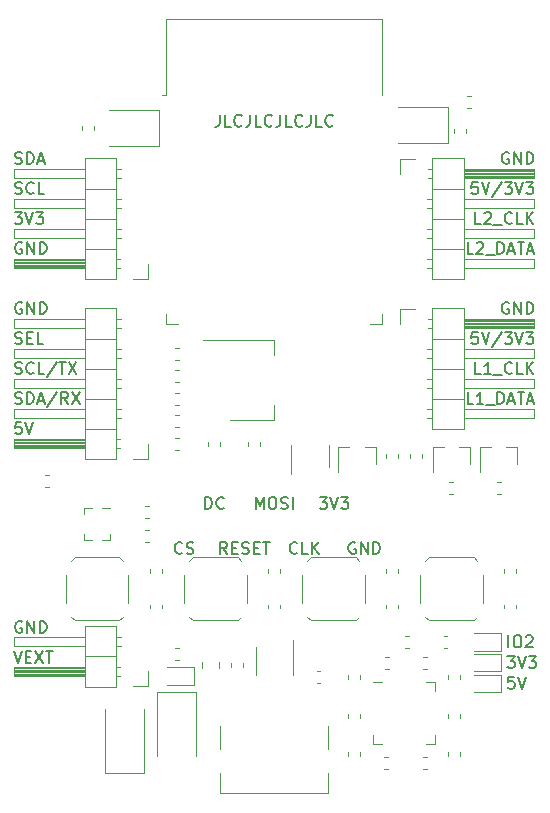
<source format=gbr>
%TF.GenerationSoftware,KiCad,Pcbnew,(5.1.6-0-10_14)*%
%TF.CreationDate,2020-09-14T20:33:51+02:00*%
%TF.ProjectId,Co2-Sensor,436f322d-5365-46e7-936f-722e6b696361,rev?*%
%TF.SameCoordinates,Original*%
%TF.FileFunction,Legend,Top*%
%TF.FilePolarity,Positive*%
%FSLAX46Y46*%
G04 Gerber Fmt 4.6, Leading zero omitted, Abs format (unit mm)*
G04 Created by KiCad (PCBNEW (5.1.6-0-10_14)) date 2020-09-14 20:33:51*
%MOMM*%
%LPD*%
G01*
G04 APERTURE LIST*
%ADD10C,0.150000*%
%ADD11C,0.120000*%
%ADD12C,0.100000*%
G04 APERTURE END LIST*
D10*
X156858095Y-114105000D02*
X156762857Y-114057380D01*
X156620000Y-114057380D01*
X156477142Y-114105000D01*
X156381904Y-114200238D01*
X156334285Y-114295476D01*
X156286666Y-114485952D01*
X156286666Y-114628809D01*
X156334285Y-114819285D01*
X156381904Y-114914523D01*
X156477142Y-115009761D01*
X156620000Y-115057380D01*
X156715238Y-115057380D01*
X156858095Y-115009761D01*
X156905714Y-114962142D01*
X156905714Y-114628809D01*
X156715238Y-114628809D01*
X157334285Y-115057380D02*
X157334285Y-114057380D01*
X157905714Y-115057380D01*
X157905714Y-114057380D01*
X158381904Y-115057380D02*
X158381904Y-114057380D01*
X158620000Y-114057380D01*
X158762857Y-114105000D01*
X158858095Y-114200238D01*
X158905714Y-114295476D01*
X158953333Y-114485952D01*
X158953333Y-114628809D01*
X158905714Y-114819285D01*
X158858095Y-114914523D01*
X158762857Y-115009761D01*
X158620000Y-115057380D01*
X158381904Y-115057380D01*
X153841904Y-110247380D02*
X154460952Y-110247380D01*
X154127619Y-110628333D01*
X154270476Y-110628333D01*
X154365714Y-110675952D01*
X154413333Y-110723571D01*
X154460952Y-110818809D01*
X154460952Y-111056904D01*
X154413333Y-111152142D01*
X154365714Y-111199761D01*
X154270476Y-111247380D01*
X153984761Y-111247380D01*
X153889523Y-111199761D01*
X153841904Y-111152142D01*
X154746666Y-110247380D02*
X155080000Y-111247380D01*
X155413333Y-110247380D01*
X155651428Y-110247380D02*
X156270476Y-110247380D01*
X155937142Y-110628333D01*
X156080000Y-110628333D01*
X156175238Y-110675952D01*
X156222857Y-110723571D01*
X156270476Y-110818809D01*
X156270476Y-111056904D01*
X156222857Y-111152142D01*
X156175238Y-111199761D01*
X156080000Y-111247380D01*
X155794285Y-111247380D01*
X155699047Y-111199761D01*
X155651428Y-111152142D01*
X151944761Y-114962142D02*
X151897142Y-115009761D01*
X151754285Y-115057380D01*
X151659047Y-115057380D01*
X151516190Y-115009761D01*
X151420952Y-114914523D01*
X151373333Y-114819285D01*
X151325714Y-114628809D01*
X151325714Y-114485952D01*
X151373333Y-114295476D01*
X151420952Y-114200238D01*
X151516190Y-114105000D01*
X151659047Y-114057380D01*
X151754285Y-114057380D01*
X151897142Y-114105000D01*
X151944761Y-114152619D01*
X152849523Y-115057380D02*
X152373333Y-115057380D01*
X152373333Y-114057380D01*
X153182857Y-115057380D02*
X153182857Y-114057380D01*
X153754285Y-115057380D02*
X153325714Y-114485952D01*
X153754285Y-114057380D02*
X153182857Y-114628809D01*
X148428571Y-111247380D02*
X148428571Y-110247380D01*
X148761904Y-110961666D01*
X149095238Y-110247380D01*
X149095238Y-111247380D01*
X149761904Y-110247380D02*
X149952380Y-110247380D01*
X150047619Y-110295000D01*
X150142857Y-110390238D01*
X150190476Y-110580714D01*
X150190476Y-110914047D01*
X150142857Y-111104523D01*
X150047619Y-111199761D01*
X149952380Y-111247380D01*
X149761904Y-111247380D01*
X149666666Y-111199761D01*
X149571428Y-111104523D01*
X149523809Y-110914047D01*
X149523809Y-110580714D01*
X149571428Y-110390238D01*
X149666666Y-110295000D01*
X149761904Y-110247380D01*
X150571428Y-111199761D02*
X150714285Y-111247380D01*
X150952380Y-111247380D01*
X151047619Y-111199761D01*
X151095238Y-111152142D01*
X151142857Y-111056904D01*
X151142857Y-110961666D01*
X151095238Y-110866428D01*
X151047619Y-110818809D01*
X150952380Y-110771190D01*
X150761904Y-110723571D01*
X150666666Y-110675952D01*
X150619047Y-110628333D01*
X150571428Y-110533095D01*
X150571428Y-110437857D01*
X150619047Y-110342619D01*
X150666666Y-110295000D01*
X150761904Y-110247380D01*
X151000000Y-110247380D01*
X151142857Y-110295000D01*
X151571428Y-111247380D02*
X151571428Y-110247380D01*
X146007619Y-115057380D02*
X145674285Y-114581190D01*
X145436190Y-115057380D02*
X145436190Y-114057380D01*
X145817142Y-114057380D01*
X145912380Y-114105000D01*
X145960000Y-114152619D01*
X146007619Y-114247857D01*
X146007619Y-114390714D01*
X145960000Y-114485952D01*
X145912380Y-114533571D01*
X145817142Y-114581190D01*
X145436190Y-114581190D01*
X146436190Y-114533571D02*
X146769523Y-114533571D01*
X146912380Y-115057380D02*
X146436190Y-115057380D01*
X146436190Y-114057380D01*
X146912380Y-114057380D01*
X147293333Y-115009761D02*
X147436190Y-115057380D01*
X147674285Y-115057380D01*
X147769523Y-115009761D01*
X147817142Y-114962142D01*
X147864761Y-114866904D01*
X147864761Y-114771666D01*
X147817142Y-114676428D01*
X147769523Y-114628809D01*
X147674285Y-114581190D01*
X147483809Y-114533571D01*
X147388571Y-114485952D01*
X147340952Y-114438333D01*
X147293333Y-114343095D01*
X147293333Y-114247857D01*
X147340952Y-114152619D01*
X147388571Y-114105000D01*
X147483809Y-114057380D01*
X147721904Y-114057380D01*
X147864761Y-114105000D01*
X148293333Y-114533571D02*
X148626666Y-114533571D01*
X148769523Y-115057380D02*
X148293333Y-115057380D01*
X148293333Y-114057380D01*
X148769523Y-114057380D01*
X149055238Y-114057380D02*
X149626666Y-114057380D01*
X149340952Y-115057380D02*
X149340952Y-114057380D01*
X144158095Y-111247380D02*
X144158095Y-110247380D01*
X144396190Y-110247380D01*
X144539047Y-110295000D01*
X144634285Y-110390238D01*
X144681904Y-110485476D01*
X144729523Y-110675952D01*
X144729523Y-110818809D01*
X144681904Y-111009285D01*
X144634285Y-111104523D01*
X144539047Y-111199761D01*
X144396190Y-111247380D01*
X144158095Y-111247380D01*
X145729523Y-111152142D02*
X145681904Y-111199761D01*
X145539047Y-111247380D01*
X145443809Y-111247380D01*
X145300952Y-111199761D01*
X145205714Y-111104523D01*
X145158095Y-111009285D01*
X145110476Y-110818809D01*
X145110476Y-110675952D01*
X145158095Y-110485476D01*
X145205714Y-110390238D01*
X145300952Y-110295000D01*
X145443809Y-110247380D01*
X145539047Y-110247380D01*
X145681904Y-110295000D01*
X145729523Y-110342619D01*
X142213333Y-114962142D02*
X142165714Y-115009761D01*
X142022857Y-115057380D01*
X141927619Y-115057380D01*
X141784761Y-115009761D01*
X141689523Y-114914523D01*
X141641904Y-114819285D01*
X141594285Y-114628809D01*
X141594285Y-114485952D01*
X141641904Y-114295476D01*
X141689523Y-114200238D01*
X141784761Y-114105000D01*
X141927619Y-114057380D01*
X142022857Y-114057380D01*
X142165714Y-114105000D01*
X142213333Y-114152619D01*
X142594285Y-115009761D02*
X142737142Y-115057380D01*
X142975238Y-115057380D01*
X143070476Y-115009761D01*
X143118095Y-114962142D01*
X143165714Y-114866904D01*
X143165714Y-114771666D01*
X143118095Y-114676428D01*
X143070476Y-114628809D01*
X142975238Y-114581190D01*
X142784761Y-114533571D01*
X142689523Y-114485952D01*
X142641904Y-114438333D01*
X142594285Y-114343095D01*
X142594285Y-114247857D01*
X142641904Y-114152619D01*
X142689523Y-114105000D01*
X142784761Y-114057380D01*
X143022857Y-114057380D01*
X143165714Y-114105000D01*
X166841785Y-102357380D02*
X166365595Y-102357380D01*
X166365595Y-101357380D01*
X167698928Y-102357380D02*
X167127500Y-102357380D01*
X167413214Y-102357380D02*
X167413214Y-101357380D01*
X167317976Y-101500238D01*
X167222738Y-101595476D01*
X167127500Y-101643095D01*
X167889404Y-102452619D02*
X168651309Y-102452619D01*
X168889404Y-102357380D02*
X168889404Y-101357380D01*
X169127500Y-101357380D01*
X169270357Y-101405000D01*
X169365595Y-101500238D01*
X169413214Y-101595476D01*
X169460833Y-101785952D01*
X169460833Y-101928809D01*
X169413214Y-102119285D01*
X169365595Y-102214523D01*
X169270357Y-102309761D01*
X169127500Y-102357380D01*
X168889404Y-102357380D01*
X169841785Y-102071666D02*
X170317976Y-102071666D01*
X169746547Y-102357380D02*
X170079880Y-101357380D01*
X170413214Y-102357380D01*
X170603690Y-101357380D02*
X171175119Y-101357380D01*
X170889404Y-102357380D02*
X170889404Y-101357380D01*
X171460833Y-102071666D02*
X171937023Y-102071666D01*
X171365595Y-102357380D02*
X171698928Y-101357380D01*
X172032261Y-102357380D01*
X167508452Y-99817380D02*
X167032261Y-99817380D01*
X167032261Y-98817380D01*
X168365595Y-99817380D02*
X167794166Y-99817380D01*
X168079880Y-99817380D02*
X168079880Y-98817380D01*
X167984642Y-98960238D01*
X167889404Y-99055476D01*
X167794166Y-99103095D01*
X168556071Y-99912619D02*
X169317976Y-99912619D01*
X170127500Y-99722142D02*
X170079880Y-99769761D01*
X169937023Y-99817380D01*
X169841785Y-99817380D01*
X169698928Y-99769761D01*
X169603690Y-99674523D01*
X169556071Y-99579285D01*
X169508452Y-99388809D01*
X169508452Y-99245952D01*
X169556071Y-99055476D01*
X169603690Y-98960238D01*
X169698928Y-98865000D01*
X169841785Y-98817380D01*
X169937023Y-98817380D01*
X170079880Y-98865000D01*
X170127500Y-98912619D01*
X171032261Y-99817380D02*
X170556071Y-99817380D01*
X170556071Y-98817380D01*
X171365595Y-99817380D02*
X171365595Y-98817380D01*
X171937023Y-99817380D02*
X171508452Y-99245952D01*
X171937023Y-98817380D02*
X171365595Y-99388809D01*
X167222738Y-96277380D02*
X166746547Y-96277380D01*
X166698928Y-96753571D01*
X166746547Y-96705952D01*
X166841785Y-96658333D01*
X167079880Y-96658333D01*
X167175119Y-96705952D01*
X167222738Y-96753571D01*
X167270357Y-96848809D01*
X167270357Y-97086904D01*
X167222738Y-97182142D01*
X167175119Y-97229761D01*
X167079880Y-97277380D01*
X166841785Y-97277380D01*
X166746547Y-97229761D01*
X166698928Y-97182142D01*
X167556071Y-96277380D02*
X167889404Y-97277380D01*
X168222738Y-96277380D01*
X169270357Y-96229761D02*
X168413214Y-97515476D01*
X169508452Y-96277380D02*
X170127500Y-96277380D01*
X169794166Y-96658333D01*
X169937023Y-96658333D01*
X170032261Y-96705952D01*
X170079880Y-96753571D01*
X170127500Y-96848809D01*
X170127500Y-97086904D01*
X170079880Y-97182142D01*
X170032261Y-97229761D01*
X169937023Y-97277380D01*
X169651309Y-97277380D01*
X169556071Y-97229761D01*
X169508452Y-97182142D01*
X170413214Y-96277380D02*
X170746547Y-97277380D01*
X171079880Y-96277380D01*
X171317976Y-96277380D02*
X171937023Y-96277380D01*
X171603690Y-96658333D01*
X171746547Y-96658333D01*
X171841785Y-96705952D01*
X171889404Y-96753571D01*
X171937023Y-96848809D01*
X171937023Y-97086904D01*
X171889404Y-97182142D01*
X171841785Y-97229761D01*
X171746547Y-97277380D01*
X171460833Y-97277380D01*
X171365595Y-97229761D01*
X171317976Y-97182142D01*
X169841785Y-93785000D02*
X169746547Y-93737380D01*
X169603690Y-93737380D01*
X169460833Y-93785000D01*
X169365595Y-93880238D01*
X169317976Y-93975476D01*
X169270357Y-94165952D01*
X169270357Y-94308809D01*
X169317976Y-94499285D01*
X169365595Y-94594523D01*
X169460833Y-94689761D01*
X169603690Y-94737380D01*
X169698928Y-94737380D01*
X169841785Y-94689761D01*
X169889404Y-94642142D01*
X169889404Y-94308809D01*
X169698928Y-94308809D01*
X170317976Y-94737380D02*
X170317976Y-93737380D01*
X170889404Y-94737380D01*
X170889404Y-93737380D01*
X171365595Y-94737380D02*
X171365595Y-93737380D01*
X171603690Y-93737380D01*
X171746547Y-93785000D01*
X171841785Y-93880238D01*
X171889404Y-93975476D01*
X171937023Y-94165952D01*
X171937023Y-94308809D01*
X171889404Y-94499285D01*
X171841785Y-94594523D01*
X171746547Y-94689761D01*
X171603690Y-94737380D01*
X171365595Y-94737380D01*
X166841785Y-89657380D02*
X166365595Y-89657380D01*
X166365595Y-88657380D01*
X167127500Y-88752619D02*
X167175119Y-88705000D01*
X167270357Y-88657380D01*
X167508452Y-88657380D01*
X167603690Y-88705000D01*
X167651309Y-88752619D01*
X167698928Y-88847857D01*
X167698928Y-88943095D01*
X167651309Y-89085952D01*
X167079880Y-89657380D01*
X167698928Y-89657380D01*
X167889404Y-89752619D02*
X168651309Y-89752619D01*
X168889404Y-89657380D02*
X168889404Y-88657380D01*
X169127500Y-88657380D01*
X169270357Y-88705000D01*
X169365595Y-88800238D01*
X169413214Y-88895476D01*
X169460833Y-89085952D01*
X169460833Y-89228809D01*
X169413214Y-89419285D01*
X169365595Y-89514523D01*
X169270357Y-89609761D01*
X169127500Y-89657380D01*
X168889404Y-89657380D01*
X169841785Y-89371666D02*
X170317976Y-89371666D01*
X169746547Y-89657380D02*
X170079880Y-88657380D01*
X170413214Y-89657380D01*
X170603690Y-88657380D02*
X171175119Y-88657380D01*
X170889404Y-89657380D02*
X170889404Y-88657380D01*
X171460833Y-89371666D02*
X171937023Y-89371666D01*
X171365595Y-89657380D02*
X171698928Y-88657380D01*
X172032261Y-89657380D01*
X167508452Y-87117380D02*
X167032261Y-87117380D01*
X167032261Y-86117380D01*
X167794166Y-86212619D02*
X167841785Y-86165000D01*
X167937023Y-86117380D01*
X168175119Y-86117380D01*
X168270357Y-86165000D01*
X168317976Y-86212619D01*
X168365595Y-86307857D01*
X168365595Y-86403095D01*
X168317976Y-86545952D01*
X167746547Y-87117380D01*
X168365595Y-87117380D01*
X168556071Y-87212619D02*
X169317976Y-87212619D01*
X170127500Y-87022142D02*
X170079880Y-87069761D01*
X169937023Y-87117380D01*
X169841785Y-87117380D01*
X169698928Y-87069761D01*
X169603690Y-86974523D01*
X169556071Y-86879285D01*
X169508452Y-86688809D01*
X169508452Y-86545952D01*
X169556071Y-86355476D01*
X169603690Y-86260238D01*
X169698928Y-86165000D01*
X169841785Y-86117380D01*
X169937023Y-86117380D01*
X170079880Y-86165000D01*
X170127500Y-86212619D01*
X171032261Y-87117380D02*
X170556071Y-87117380D01*
X170556071Y-86117380D01*
X171365595Y-87117380D02*
X171365595Y-86117380D01*
X171937023Y-87117380D02*
X171508452Y-86545952D01*
X171937023Y-86117380D02*
X171365595Y-86688809D01*
X167222738Y-83577380D02*
X166746547Y-83577380D01*
X166698928Y-84053571D01*
X166746547Y-84005952D01*
X166841785Y-83958333D01*
X167079880Y-83958333D01*
X167175119Y-84005952D01*
X167222738Y-84053571D01*
X167270357Y-84148809D01*
X167270357Y-84386904D01*
X167222738Y-84482142D01*
X167175119Y-84529761D01*
X167079880Y-84577380D01*
X166841785Y-84577380D01*
X166746547Y-84529761D01*
X166698928Y-84482142D01*
X167556071Y-83577380D02*
X167889404Y-84577380D01*
X168222738Y-83577380D01*
X169270357Y-83529761D02*
X168413214Y-84815476D01*
X169508452Y-83577380D02*
X170127500Y-83577380D01*
X169794166Y-83958333D01*
X169937023Y-83958333D01*
X170032261Y-84005952D01*
X170079880Y-84053571D01*
X170127500Y-84148809D01*
X170127500Y-84386904D01*
X170079880Y-84482142D01*
X170032261Y-84529761D01*
X169937023Y-84577380D01*
X169651309Y-84577380D01*
X169556071Y-84529761D01*
X169508452Y-84482142D01*
X170413214Y-83577380D02*
X170746547Y-84577380D01*
X171079880Y-83577380D01*
X171317976Y-83577380D02*
X171937023Y-83577380D01*
X171603690Y-83958333D01*
X171746547Y-83958333D01*
X171841785Y-84005952D01*
X171889404Y-84053571D01*
X171937023Y-84148809D01*
X171937023Y-84386904D01*
X171889404Y-84482142D01*
X171841785Y-84529761D01*
X171746547Y-84577380D01*
X171460833Y-84577380D01*
X171365595Y-84529761D01*
X171317976Y-84482142D01*
X169841785Y-81085000D02*
X169746547Y-81037380D01*
X169603690Y-81037380D01*
X169460833Y-81085000D01*
X169365595Y-81180238D01*
X169317976Y-81275476D01*
X169270357Y-81465952D01*
X169270357Y-81608809D01*
X169317976Y-81799285D01*
X169365595Y-81894523D01*
X169460833Y-81989761D01*
X169603690Y-82037380D01*
X169698928Y-82037380D01*
X169841785Y-81989761D01*
X169889404Y-81942142D01*
X169889404Y-81608809D01*
X169698928Y-81608809D01*
X170317976Y-82037380D02*
X170317976Y-81037380D01*
X170889404Y-82037380D01*
X170889404Y-81037380D01*
X171365595Y-82037380D02*
X171365595Y-81037380D01*
X171603690Y-81037380D01*
X171746547Y-81085000D01*
X171841785Y-81180238D01*
X171889404Y-81275476D01*
X171937023Y-81465952D01*
X171937023Y-81608809D01*
X171889404Y-81799285D01*
X171841785Y-81894523D01*
X171746547Y-81989761D01*
X171603690Y-82037380D01*
X171365595Y-82037380D01*
X128634404Y-120772500D02*
X128539166Y-120724880D01*
X128396309Y-120724880D01*
X128253452Y-120772500D01*
X128158214Y-120867738D01*
X128110595Y-120962976D01*
X128062976Y-121153452D01*
X128062976Y-121296309D01*
X128110595Y-121486785D01*
X128158214Y-121582023D01*
X128253452Y-121677261D01*
X128396309Y-121724880D01*
X128491547Y-121724880D01*
X128634404Y-121677261D01*
X128682023Y-121629642D01*
X128682023Y-121296309D01*
X128491547Y-121296309D01*
X129110595Y-121724880D02*
X129110595Y-120724880D01*
X129682023Y-121724880D01*
X129682023Y-120724880D01*
X130158214Y-121724880D02*
X130158214Y-120724880D01*
X130396309Y-120724880D01*
X130539166Y-120772500D01*
X130634404Y-120867738D01*
X130682023Y-120962976D01*
X130729642Y-121153452D01*
X130729642Y-121296309D01*
X130682023Y-121486785D01*
X130634404Y-121582023D01*
X130539166Y-121677261D01*
X130396309Y-121724880D01*
X130158214Y-121724880D01*
X127967738Y-123264880D02*
X128301071Y-124264880D01*
X128634404Y-123264880D01*
X128967738Y-123741071D02*
X129301071Y-123741071D01*
X129443928Y-124264880D02*
X128967738Y-124264880D01*
X128967738Y-123264880D01*
X129443928Y-123264880D01*
X129777261Y-123264880D02*
X130443928Y-124264880D01*
X130443928Y-123264880D02*
X129777261Y-124264880D01*
X130682023Y-123264880D02*
X131253452Y-123264880D01*
X130967738Y-124264880D02*
X130967738Y-123264880D01*
X128062976Y-102309761D02*
X128205833Y-102357380D01*
X128443928Y-102357380D01*
X128539166Y-102309761D01*
X128586785Y-102262142D01*
X128634404Y-102166904D01*
X128634404Y-102071666D01*
X128586785Y-101976428D01*
X128539166Y-101928809D01*
X128443928Y-101881190D01*
X128253452Y-101833571D01*
X128158214Y-101785952D01*
X128110595Y-101738333D01*
X128062976Y-101643095D01*
X128062976Y-101547857D01*
X128110595Y-101452619D01*
X128158214Y-101405000D01*
X128253452Y-101357380D01*
X128491547Y-101357380D01*
X128634404Y-101405000D01*
X129062976Y-102357380D02*
X129062976Y-101357380D01*
X129301071Y-101357380D01*
X129443928Y-101405000D01*
X129539166Y-101500238D01*
X129586785Y-101595476D01*
X129634404Y-101785952D01*
X129634404Y-101928809D01*
X129586785Y-102119285D01*
X129539166Y-102214523D01*
X129443928Y-102309761D01*
X129301071Y-102357380D01*
X129062976Y-102357380D01*
X130015357Y-102071666D02*
X130491547Y-102071666D01*
X129920119Y-102357380D02*
X130253452Y-101357380D01*
X130586785Y-102357380D01*
X131634404Y-101309761D02*
X130777261Y-102595476D01*
X132539166Y-102357380D02*
X132205833Y-101881190D01*
X131967738Y-102357380D02*
X131967738Y-101357380D01*
X132348690Y-101357380D01*
X132443928Y-101405000D01*
X132491547Y-101452619D01*
X132539166Y-101547857D01*
X132539166Y-101690714D01*
X132491547Y-101785952D01*
X132443928Y-101833571D01*
X132348690Y-101881190D01*
X131967738Y-101881190D01*
X132872500Y-101357380D02*
X133539166Y-102357380D01*
X133539166Y-101357380D02*
X132872500Y-102357380D01*
X128062976Y-99769761D02*
X128205833Y-99817380D01*
X128443928Y-99817380D01*
X128539166Y-99769761D01*
X128586785Y-99722142D01*
X128634404Y-99626904D01*
X128634404Y-99531666D01*
X128586785Y-99436428D01*
X128539166Y-99388809D01*
X128443928Y-99341190D01*
X128253452Y-99293571D01*
X128158214Y-99245952D01*
X128110595Y-99198333D01*
X128062976Y-99103095D01*
X128062976Y-99007857D01*
X128110595Y-98912619D01*
X128158214Y-98865000D01*
X128253452Y-98817380D01*
X128491547Y-98817380D01*
X128634404Y-98865000D01*
X129634404Y-99722142D02*
X129586785Y-99769761D01*
X129443928Y-99817380D01*
X129348690Y-99817380D01*
X129205833Y-99769761D01*
X129110595Y-99674523D01*
X129062976Y-99579285D01*
X129015357Y-99388809D01*
X129015357Y-99245952D01*
X129062976Y-99055476D01*
X129110595Y-98960238D01*
X129205833Y-98865000D01*
X129348690Y-98817380D01*
X129443928Y-98817380D01*
X129586785Y-98865000D01*
X129634404Y-98912619D01*
X130539166Y-99817380D02*
X130062976Y-99817380D01*
X130062976Y-98817380D01*
X131586785Y-98769761D02*
X130729642Y-100055476D01*
X131777261Y-98817380D02*
X132348690Y-98817380D01*
X132062976Y-99817380D02*
X132062976Y-98817380D01*
X132586785Y-98817380D02*
X133253452Y-99817380D01*
X133253452Y-98817380D02*
X132586785Y-99817380D01*
X128062976Y-97229761D02*
X128205833Y-97277380D01*
X128443928Y-97277380D01*
X128539166Y-97229761D01*
X128586785Y-97182142D01*
X128634404Y-97086904D01*
X128634404Y-96991666D01*
X128586785Y-96896428D01*
X128539166Y-96848809D01*
X128443928Y-96801190D01*
X128253452Y-96753571D01*
X128158214Y-96705952D01*
X128110595Y-96658333D01*
X128062976Y-96563095D01*
X128062976Y-96467857D01*
X128110595Y-96372619D01*
X128158214Y-96325000D01*
X128253452Y-96277380D01*
X128491547Y-96277380D01*
X128634404Y-96325000D01*
X129062976Y-96753571D02*
X129396309Y-96753571D01*
X129539166Y-97277380D02*
X129062976Y-97277380D01*
X129062976Y-96277380D01*
X129539166Y-96277380D01*
X130443928Y-97277380D02*
X129967738Y-97277380D01*
X129967738Y-96277380D01*
X128586785Y-103897380D02*
X128110595Y-103897380D01*
X128062976Y-104373571D01*
X128110595Y-104325952D01*
X128205833Y-104278333D01*
X128443928Y-104278333D01*
X128539166Y-104325952D01*
X128586785Y-104373571D01*
X128634404Y-104468809D01*
X128634404Y-104706904D01*
X128586785Y-104802142D01*
X128539166Y-104849761D01*
X128443928Y-104897380D01*
X128205833Y-104897380D01*
X128110595Y-104849761D01*
X128062976Y-104802142D01*
X128920119Y-103897380D02*
X129253452Y-104897380D01*
X129586785Y-103897380D01*
X128634404Y-93785000D02*
X128539166Y-93737380D01*
X128396309Y-93737380D01*
X128253452Y-93785000D01*
X128158214Y-93880238D01*
X128110595Y-93975476D01*
X128062976Y-94165952D01*
X128062976Y-94308809D01*
X128110595Y-94499285D01*
X128158214Y-94594523D01*
X128253452Y-94689761D01*
X128396309Y-94737380D01*
X128491547Y-94737380D01*
X128634404Y-94689761D01*
X128682023Y-94642142D01*
X128682023Y-94308809D01*
X128491547Y-94308809D01*
X129110595Y-94737380D02*
X129110595Y-93737380D01*
X129682023Y-94737380D01*
X129682023Y-93737380D01*
X130158214Y-94737380D02*
X130158214Y-93737380D01*
X130396309Y-93737380D01*
X130539166Y-93785000D01*
X130634404Y-93880238D01*
X130682023Y-93975476D01*
X130729642Y-94165952D01*
X130729642Y-94308809D01*
X130682023Y-94499285D01*
X130634404Y-94594523D01*
X130539166Y-94689761D01*
X130396309Y-94737380D01*
X130158214Y-94737380D01*
X128634404Y-88705000D02*
X128539166Y-88657380D01*
X128396309Y-88657380D01*
X128253452Y-88705000D01*
X128158214Y-88800238D01*
X128110595Y-88895476D01*
X128062976Y-89085952D01*
X128062976Y-89228809D01*
X128110595Y-89419285D01*
X128158214Y-89514523D01*
X128253452Y-89609761D01*
X128396309Y-89657380D01*
X128491547Y-89657380D01*
X128634404Y-89609761D01*
X128682023Y-89562142D01*
X128682023Y-89228809D01*
X128491547Y-89228809D01*
X129110595Y-89657380D02*
X129110595Y-88657380D01*
X129682023Y-89657380D01*
X129682023Y-88657380D01*
X130158214Y-89657380D02*
X130158214Y-88657380D01*
X130396309Y-88657380D01*
X130539166Y-88705000D01*
X130634404Y-88800238D01*
X130682023Y-88895476D01*
X130729642Y-89085952D01*
X130729642Y-89228809D01*
X130682023Y-89419285D01*
X130634404Y-89514523D01*
X130539166Y-89609761D01*
X130396309Y-89657380D01*
X130158214Y-89657380D01*
X128015357Y-86117380D02*
X128634404Y-86117380D01*
X128301071Y-86498333D01*
X128443928Y-86498333D01*
X128539166Y-86545952D01*
X128586785Y-86593571D01*
X128634404Y-86688809D01*
X128634404Y-86926904D01*
X128586785Y-87022142D01*
X128539166Y-87069761D01*
X128443928Y-87117380D01*
X128158214Y-87117380D01*
X128062976Y-87069761D01*
X128015357Y-87022142D01*
X128920119Y-86117380D02*
X129253452Y-87117380D01*
X129586785Y-86117380D01*
X129824880Y-86117380D02*
X130443928Y-86117380D01*
X130110595Y-86498333D01*
X130253452Y-86498333D01*
X130348690Y-86545952D01*
X130396309Y-86593571D01*
X130443928Y-86688809D01*
X130443928Y-86926904D01*
X130396309Y-87022142D01*
X130348690Y-87069761D01*
X130253452Y-87117380D01*
X129967738Y-87117380D01*
X129872500Y-87069761D01*
X129824880Y-87022142D01*
X128062976Y-84529761D02*
X128205833Y-84577380D01*
X128443928Y-84577380D01*
X128539166Y-84529761D01*
X128586785Y-84482142D01*
X128634404Y-84386904D01*
X128634404Y-84291666D01*
X128586785Y-84196428D01*
X128539166Y-84148809D01*
X128443928Y-84101190D01*
X128253452Y-84053571D01*
X128158214Y-84005952D01*
X128110595Y-83958333D01*
X128062976Y-83863095D01*
X128062976Y-83767857D01*
X128110595Y-83672619D01*
X128158214Y-83625000D01*
X128253452Y-83577380D01*
X128491547Y-83577380D01*
X128634404Y-83625000D01*
X129634404Y-84482142D02*
X129586785Y-84529761D01*
X129443928Y-84577380D01*
X129348690Y-84577380D01*
X129205833Y-84529761D01*
X129110595Y-84434523D01*
X129062976Y-84339285D01*
X129015357Y-84148809D01*
X129015357Y-84005952D01*
X129062976Y-83815476D01*
X129110595Y-83720238D01*
X129205833Y-83625000D01*
X129348690Y-83577380D01*
X129443928Y-83577380D01*
X129586785Y-83625000D01*
X129634404Y-83672619D01*
X130539166Y-84577380D02*
X130062976Y-84577380D01*
X130062976Y-83577380D01*
X128062976Y-81989761D02*
X128205833Y-82037380D01*
X128443928Y-82037380D01*
X128539166Y-81989761D01*
X128586785Y-81942142D01*
X128634404Y-81846904D01*
X128634404Y-81751666D01*
X128586785Y-81656428D01*
X128539166Y-81608809D01*
X128443928Y-81561190D01*
X128253452Y-81513571D01*
X128158214Y-81465952D01*
X128110595Y-81418333D01*
X128062976Y-81323095D01*
X128062976Y-81227857D01*
X128110595Y-81132619D01*
X128158214Y-81085000D01*
X128253452Y-81037380D01*
X128491547Y-81037380D01*
X128634404Y-81085000D01*
X129062976Y-82037380D02*
X129062976Y-81037380D01*
X129301071Y-81037380D01*
X129443928Y-81085000D01*
X129539166Y-81180238D01*
X129586785Y-81275476D01*
X129634404Y-81465952D01*
X129634404Y-81608809D01*
X129586785Y-81799285D01*
X129539166Y-81894523D01*
X129443928Y-81989761D01*
X129301071Y-82037380D01*
X129062976Y-82037380D01*
X130015357Y-81751666D02*
X130491547Y-81751666D01*
X129920119Y-82037380D02*
X130253452Y-81037380D01*
X130586785Y-82037380D01*
X145380952Y-77862380D02*
X145380952Y-78576666D01*
X145333333Y-78719523D01*
X145238095Y-78814761D01*
X145095238Y-78862380D01*
X145000000Y-78862380D01*
X146333333Y-78862380D02*
X145857142Y-78862380D01*
X145857142Y-77862380D01*
X147238095Y-78767142D02*
X147190476Y-78814761D01*
X147047619Y-78862380D01*
X146952380Y-78862380D01*
X146809523Y-78814761D01*
X146714285Y-78719523D01*
X146666666Y-78624285D01*
X146619047Y-78433809D01*
X146619047Y-78290952D01*
X146666666Y-78100476D01*
X146714285Y-78005238D01*
X146809523Y-77910000D01*
X146952380Y-77862380D01*
X147047619Y-77862380D01*
X147190476Y-77910000D01*
X147238095Y-77957619D01*
X147952380Y-77862380D02*
X147952380Y-78576666D01*
X147904761Y-78719523D01*
X147809523Y-78814761D01*
X147666666Y-78862380D01*
X147571428Y-78862380D01*
X148904761Y-78862380D02*
X148428571Y-78862380D01*
X148428571Y-77862380D01*
X149809523Y-78767142D02*
X149761904Y-78814761D01*
X149619047Y-78862380D01*
X149523809Y-78862380D01*
X149380952Y-78814761D01*
X149285714Y-78719523D01*
X149238095Y-78624285D01*
X149190476Y-78433809D01*
X149190476Y-78290952D01*
X149238095Y-78100476D01*
X149285714Y-78005238D01*
X149380952Y-77910000D01*
X149523809Y-77862380D01*
X149619047Y-77862380D01*
X149761904Y-77910000D01*
X149809523Y-77957619D01*
X150523809Y-77862380D02*
X150523809Y-78576666D01*
X150476190Y-78719523D01*
X150380952Y-78814761D01*
X150238095Y-78862380D01*
X150142857Y-78862380D01*
X151476190Y-78862380D02*
X151000000Y-78862380D01*
X151000000Y-77862380D01*
X152380952Y-78767142D02*
X152333333Y-78814761D01*
X152190476Y-78862380D01*
X152095238Y-78862380D01*
X151952380Y-78814761D01*
X151857142Y-78719523D01*
X151809523Y-78624285D01*
X151761904Y-78433809D01*
X151761904Y-78290952D01*
X151809523Y-78100476D01*
X151857142Y-78005238D01*
X151952380Y-77910000D01*
X152095238Y-77862380D01*
X152190476Y-77862380D01*
X152333333Y-77910000D01*
X152380952Y-77957619D01*
X153095238Y-77862380D02*
X153095238Y-78576666D01*
X153047619Y-78719523D01*
X152952380Y-78814761D01*
X152809523Y-78862380D01*
X152714285Y-78862380D01*
X154047619Y-78862380D02*
X153571428Y-78862380D01*
X153571428Y-77862380D01*
X154952380Y-78767142D02*
X154904761Y-78814761D01*
X154761904Y-78862380D01*
X154666666Y-78862380D01*
X154523809Y-78814761D01*
X154428571Y-78719523D01*
X154380952Y-78624285D01*
X154333333Y-78433809D01*
X154333333Y-78290952D01*
X154380952Y-78100476D01*
X154428571Y-78005238D01*
X154523809Y-77910000D01*
X154666666Y-77862380D01*
X154761904Y-77862380D01*
X154904761Y-77910000D01*
X154952380Y-77957619D01*
X169835595Y-122952380D02*
X169835595Y-121952380D01*
X170502261Y-121952380D02*
X170692738Y-121952380D01*
X170787976Y-122000000D01*
X170883214Y-122095238D01*
X170930833Y-122285714D01*
X170930833Y-122619047D01*
X170883214Y-122809523D01*
X170787976Y-122904761D01*
X170692738Y-122952380D01*
X170502261Y-122952380D01*
X170407023Y-122904761D01*
X170311785Y-122809523D01*
X170264166Y-122619047D01*
X170264166Y-122285714D01*
X170311785Y-122095238D01*
X170407023Y-122000000D01*
X170502261Y-121952380D01*
X171311785Y-122047619D02*
X171359404Y-122000000D01*
X171454642Y-121952380D01*
X171692738Y-121952380D01*
X171787976Y-122000000D01*
X171835595Y-122047619D01*
X171883214Y-122142857D01*
X171883214Y-122238095D01*
X171835595Y-122380952D01*
X171264166Y-122952380D01*
X171883214Y-122952380D01*
X170311785Y-125452380D02*
X169835595Y-125452380D01*
X169787976Y-125928571D01*
X169835595Y-125880952D01*
X169930833Y-125833333D01*
X170168928Y-125833333D01*
X170264166Y-125880952D01*
X170311785Y-125928571D01*
X170359404Y-126023809D01*
X170359404Y-126261904D01*
X170311785Y-126357142D01*
X170264166Y-126404761D01*
X170168928Y-126452380D01*
X169930833Y-126452380D01*
X169835595Y-126404761D01*
X169787976Y-126357142D01*
X170645119Y-125452380D02*
X170978452Y-126452380D01*
X171311785Y-125452380D01*
X169740357Y-123702380D02*
X170359404Y-123702380D01*
X170026071Y-124083333D01*
X170168928Y-124083333D01*
X170264166Y-124130952D01*
X170311785Y-124178571D01*
X170359404Y-124273809D01*
X170359404Y-124511904D01*
X170311785Y-124607142D01*
X170264166Y-124654761D01*
X170168928Y-124702380D01*
X169883214Y-124702380D01*
X169787976Y-124654761D01*
X169740357Y-124607142D01*
X170645119Y-123702380D02*
X170978452Y-124702380D01*
X171311785Y-123702380D01*
X171549880Y-123702380D02*
X172168928Y-123702380D01*
X171835595Y-124083333D01*
X171978452Y-124083333D01*
X172073690Y-124130952D01*
X172121309Y-124178571D01*
X172168928Y-124273809D01*
X172168928Y-124511904D01*
X172121309Y-124607142D01*
X172073690Y-124654761D01*
X171978452Y-124702380D01*
X171692738Y-124702380D01*
X171597500Y-124654761D01*
X171549880Y-124607142D01*
D11*
%TO.C,C9*%
X130622221Y-109400000D02*
X130947779Y-109400000D01*
X130622221Y-108380000D02*
X130947779Y-108380000D01*
D12*
%TO.C,U4*%
X133900000Y-111150000D02*
X133900000Y-111630000D01*
X133900000Y-113370000D02*
X133900000Y-113850000D01*
X133900000Y-113850000D02*
X134540000Y-113850000D01*
X133900000Y-111150000D02*
X134540000Y-111150000D01*
X135460000Y-113850000D02*
X136100000Y-113850000D01*
X136100000Y-113370000D02*
X136100000Y-113850000D01*
X135460000Y-111150000D02*
X136100000Y-111150000D01*
D11*
%TO.C,U3*%
X162885000Y-125890000D02*
X163610000Y-125890000D01*
X163610000Y-125890000D02*
X163610000Y-126615000D01*
X159115000Y-131110000D02*
X158390000Y-131110000D01*
X158390000Y-131110000D02*
X158390000Y-130385000D01*
X162885000Y-131110000D02*
X163610000Y-131110000D01*
X163610000Y-131110000D02*
X163610000Y-130385000D01*
X159115000Y-125890000D02*
X158390000Y-125890000D01*
%TO.C,C4*%
X136000000Y-80510000D02*
X140210000Y-80510000D01*
X140210000Y-80510000D02*
X140210000Y-77490000D01*
X140210000Y-77490000D02*
X136000000Y-77490000D01*
%TO.C,J5*%
X145420000Y-129650000D02*
X145420000Y-131570000D01*
X154580000Y-131570000D02*
X154580000Y-129650000D01*
X154580000Y-133580000D02*
X154580000Y-135285000D01*
X145420000Y-135285000D02*
X145420000Y-133580000D01*
X154580000Y-135285000D02*
X145420000Y-135285000D01*
%TO.C,J4*%
X139340000Y-126270000D02*
X138070000Y-126270000D01*
X139340000Y-125000000D02*
X139340000Y-126270000D01*
X137027071Y-122080000D02*
X136630000Y-122080000D01*
X137027071Y-122840000D02*
X136630000Y-122840000D01*
X127970000Y-122080000D02*
X133970000Y-122080000D01*
X127970000Y-122840000D02*
X127970000Y-122080000D01*
X133970000Y-122840000D02*
X127970000Y-122840000D01*
X136630000Y-123730000D02*
X133970000Y-123730000D01*
X136960000Y-124620000D02*
X136630000Y-124620000D01*
X136960000Y-125380000D02*
X136630000Y-125380000D01*
X133970000Y-124720000D02*
X127970000Y-124720000D01*
X133970000Y-124840000D02*
X127970000Y-124840000D01*
X133970000Y-124960000D02*
X127970000Y-124960000D01*
X133970000Y-125080000D02*
X127970000Y-125080000D01*
X133970000Y-125200000D02*
X127970000Y-125200000D01*
X133970000Y-125320000D02*
X127970000Y-125320000D01*
X127970000Y-124620000D02*
X133970000Y-124620000D01*
X127970000Y-125380000D02*
X127970000Y-124620000D01*
X133970000Y-125380000D02*
X127970000Y-125380000D01*
X133970000Y-126330000D02*
X136630000Y-126330000D01*
X133970000Y-121130000D02*
X133970000Y-126330000D01*
X136630000Y-121130000D02*
X133970000Y-121130000D01*
X136630000Y-126330000D02*
X136630000Y-121130000D01*
%TO.C,J8*%
X139340000Y-91745000D02*
X138070000Y-91745000D01*
X139340000Y-90475000D02*
X139340000Y-91745000D01*
X137027071Y-82475000D02*
X136630000Y-82475000D01*
X137027071Y-83235000D02*
X136630000Y-83235000D01*
X127970000Y-82475000D02*
X133970000Y-82475000D01*
X127970000Y-83235000D02*
X127970000Y-82475000D01*
X133970000Y-83235000D02*
X127970000Y-83235000D01*
X136630000Y-84125000D02*
X133970000Y-84125000D01*
X137027071Y-85015000D02*
X136630000Y-85015000D01*
X137027071Y-85775000D02*
X136630000Y-85775000D01*
X127970000Y-85015000D02*
X133970000Y-85015000D01*
X127970000Y-85775000D02*
X127970000Y-85015000D01*
X133970000Y-85775000D02*
X127970000Y-85775000D01*
X136630000Y-86665000D02*
X133970000Y-86665000D01*
X137027071Y-87555000D02*
X136630000Y-87555000D01*
X137027071Y-88315000D02*
X136630000Y-88315000D01*
X127970000Y-87555000D02*
X133970000Y-87555000D01*
X127970000Y-88315000D02*
X127970000Y-87555000D01*
X133970000Y-88315000D02*
X127970000Y-88315000D01*
X136630000Y-89205000D02*
X133970000Y-89205000D01*
X136960000Y-90095000D02*
X136630000Y-90095000D01*
X136960000Y-90855000D02*
X136630000Y-90855000D01*
X133970000Y-90195000D02*
X127970000Y-90195000D01*
X133970000Y-90315000D02*
X127970000Y-90315000D01*
X133970000Y-90435000D02*
X127970000Y-90435000D01*
X133970000Y-90555000D02*
X127970000Y-90555000D01*
X133970000Y-90675000D02*
X127970000Y-90675000D01*
X133970000Y-90795000D02*
X127970000Y-90795000D01*
X127970000Y-90095000D02*
X133970000Y-90095000D01*
X127970000Y-90855000D02*
X127970000Y-90095000D01*
X133970000Y-90855000D02*
X127970000Y-90855000D01*
X133970000Y-91805000D02*
X136630000Y-91805000D01*
X133970000Y-81525000D02*
X133970000Y-91805000D01*
X136630000Y-81525000D02*
X133970000Y-81525000D01*
X136630000Y-91805000D02*
X136630000Y-81525000D01*
%TO.C,J7*%
X139340000Y-106985000D02*
X138070000Y-106985000D01*
X139340000Y-105715000D02*
X139340000Y-106985000D01*
X137027071Y-95175000D02*
X136630000Y-95175000D01*
X137027071Y-95935000D02*
X136630000Y-95935000D01*
X127970000Y-95175000D02*
X133970000Y-95175000D01*
X127970000Y-95935000D02*
X127970000Y-95175000D01*
X133970000Y-95935000D02*
X127970000Y-95935000D01*
X136630000Y-96825000D02*
X133970000Y-96825000D01*
X137027071Y-97715000D02*
X136630000Y-97715000D01*
X137027071Y-98475000D02*
X136630000Y-98475000D01*
X127970000Y-97715000D02*
X133970000Y-97715000D01*
X127970000Y-98475000D02*
X127970000Y-97715000D01*
X133970000Y-98475000D02*
X127970000Y-98475000D01*
X136630000Y-99365000D02*
X133970000Y-99365000D01*
X137027071Y-100255000D02*
X136630000Y-100255000D01*
X137027071Y-101015000D02*
X136630000Y-101015000D01*
X127970000Y-100255000D02*
X133970000Y-100255000D01*
X127970000Y-101015000D02*
X127970000Y-100255000D01*
X133970000Y-101015000D02*
X127970000Y-101015000D01*
X136630000Y-101905000D02*
X133970000Y-101905000D01*
X137027071Y-102795000D02*
X136630000Y-102795000D01*
X137027071Y-103555000D02*
X136630000Y-103555000D01*
X127970000Y-102795000D02*
X133970000Y-102795000D01*
X127970000Y-103555000D02*
X127970000Y-102795000D01*
X133970000Y-103555000D02*
X127970000Y-103555000D01*
X136630000Y-104445000D02*
X133970000Y-104445000D01*
X136960000Y-105335000D02*
X136630000Y-105335000D01*
X136960000Y-106095000D02*
X136630000Y-106095000D01*
X133970000Y-105435000D02*
X127970000Y-105435000D01*
X133970000Y-105555000D02*
X127970000Y-105555000D01*
X133970000Y-105675000D02*
X127970000Y-105675000D01*
X133970000Y-105795000D02*
X127970000Y-105795000D01*
X133970000Y-105915000D02*
X127970000Y-105915000D01*
X133970000Y-106035000D02*
X127970000Y-106035000D01*
X127970000Y-105335000D02*
X133970000Y-105335000D01*
X127970000Y-106095000D02*
X127970000Y-105335000D01*
X133970000Y-106095000D02*
X127970000Y-106095000D01*
X133970000Y-107045000D02*
X136630000Y-107045000D01*
X133970000Y-94225000D02*
X133970000Y-107045000D01*
X136630000Y-94225000D02*
X133970000Y-94225000D01*
X136630000Y-107045000D02*
X136630000Y-94225000D01*
%TO.C,J6*%
X160660000Y-94285000D02*
X161930000Y-94285000D01*
X160660000Y-95555000D02*
X160660000Y-94285000D01*
X162972929Y-103555000D02*
X163370000Y-103555000D01*
X162972929Y-102795000D02*
X163370000Y-102795000D01*
X172030000Y-103555000D02*
X166030000Y-103555000D01*
X172030000Y-102795000D02*
X172030000Y-103555000D01*
X166030000Y-102795000D02*
X172030000Y-102795000D01*
X163370000Y-101905000D02*
X166030000Y-101905000D01*
X162972929Y-101015000D02*
X163370000Y-101015000D01*
X162972929Y-100255000D02*
X163370000Y-100255000D01*
X172030000Y-101015000D02*
X166030000Y-101015000D01*
X172030000Y-100255000D02*
X172030000Y-101015000D01*
X166030000Y-100255000D02*
X172030000Y-100255000D01*
X163370000Y-99365000D02*
X166030000Y-99365000D01*
X162972929Y-98475000D02*
X163370000Y-98475000D01*
X162972929Y-97715000D02*
X163370000Y-97715000D01*
X172030000Y-98475000D02*
X166030000Y-98475000D01*
X172030000Y-97715000D02*
X172030000Y-98475000D01*
X166030000Y-97715000D02*
X172030000Y-97715000D01*
X163370000Y-96825000D02*
X166030000Y-96825000D01*
X163040000Y-95935000D02*
X163370000Y-95935000D01*
X163040000Y-95175000D02*
X163370000Y-95175000D01*
X166030000Y-95835000D02*
X172030000Y-95835000D01*
X166030000Y-95715000D02*
X172030000Y-95715000D01*
X166030000Y-95595000D02*
X172030000Y-95595000D01*
X166030000Y-95475000D02*
X172030000Y-95475000D01*
X166030000Y-95355000D02*
X172030000Y-95355000D01*
X166030000Y-95235000D02*
X172030000Y-95235000D01*
X172030000Y-95935000D02*
X166030000Y-95935000D01*
X172030000Y-95175000D02*
X172030000Y-95935000D01*
X166030000Y-95175000D02*
X172030000Y-95175000D01*
X166030000Y-94225000D02*
X163370000Y-94225000D01*
X166030000Y-104505000D02*
X166030000Y-94225000D01*
X163370000Y-104505000D02*
X166030000Y-104505000D01*
X163370000Y-94225000D02*
X163370000Y-104505000D01*
%TO.C,J3*%
X160660000Y-81585000D02*
X161930000Y-81585000D01*
X160660000Y-82855000D02*
X160660000Y-81585000D01*
X162972929Y-90855000D02*
X163370000Y-90855000D01*
X162972929Y-90095000D02*
X163370000Y-90095000D01*
X172030000Y-90855000D02*
X166030000Y-90855000D01*
X172030000Y-90095000D02*
X172030000Y-90855000D01*
X166030000Y-90095000D02*
X172030000Y-90095000D01*
X163370000Y-89205000D02*
X166030000Y-89205000D01*
X162972929Y-88315000D02*
X163370000Y-88315000D01*
X162972929Y-87555000D02*
X163370000Y-87555000D01*
X172030000Y-88315000D02*
X166030000Y-88315000D01*
X172030000Y-87555000D02*
X172030000Y-88315000D01*
X166030000Y-87555000D02*
X172030000Y-87555000D01*
X163370000Y-86665000D02*
X166030000Y-86665000D01*
X162972929Y-85775000D02*
X163370000Y-85775000D01*
X162972929Y-85015000D02*
X163370000Y-85015000D01*
X172030000Y-85775000D02*
X166030000Y-85775000D01*
X172030000Y-85015000D02*
X172030000Y-85775000D01*
X166030000Y-85015000D02*
X172030000Y-85015000D01*
X163370000Y-84125000D02*
X166030000Y-84125000D01*
X163040000Y-83235000D02*
X163370000Y-83235000D01*
X163040000Y-82475000D02*
X163370000Y-82475000D01*
X166030000Y-83135000D02*
X172030000Y-83135000D01*
X166030000Y-83015000D02*
X172030000Y-83015000D01*
X166030000Y-82895000D02*
X172030000Y-82895000D01*
X166030000Y-82775000D02*
X172030000Y-82775000D01*
X166030000Y-82655000D02*
X172030000Y-82655000D01*
X166030000Y-82535000D02*
X172030000Y-82535000D01*
X172030000Y-83235000D02*
X166030000Y-83235000D01*
X172030000Y-82475000D02*
X172030000Y-83235000D01*
X166030000Y-82475000D02*
X172030000Y-82475000D01*
X166030000Y-81525000D02*
X163370000Y-81525000D01*
X166030000Y-91805000D02*
X166030000Y-81525000D01*
X163370000Y-91805000D02*
X166030000Y-91805000D01*
X163370000Y-81525000D02*
X163370000Y-91805000D01*
%TO.C,U5*%
X151390000Y-105850000D02*
X151390000Y-108300000D01*
X154610000Y-107650000D02*
X154610000Y-105850000D01*
%TO.C,SW4*%
X162800000Y-115640000D02*
X163100000Y-115340000D01*
X163100000Y-115340000D02*
X166900000Y-115340000D01*
X166900000Y-115340000D02*
X167200000Y-115640000D01*
X167660000Y-116800000D02*
X167660000Y-119200000D01*
X167200000Y-120360000D02*
X166900000Y-120660000D01*
X166900000Y-120660000D02*
X163100000Y-120660000D01*
X163100000Y-120660000D02*
X162800000Y-120360000D01*
X162340000Y-116800000D02*
X162340000Y-119200000D01*
%TO.C,R33*%
X141582221Y-98605000D02*
X141907779Y-98605000D01*
X141582221Y-97585000D02*
X141907779Y-97585000D01*
%TO.C,R32*%
X141582221Y-100510000D02*
X141907779Y-100510000D01*
X141582221Y-99490000D02*
X141907779Y-99490000D01*
%TO.C,R31*%
X141907779Y-101395000D02*
X141582221Y-101395000D01*
X141907779Y-102415000D02*
X141582221Y-102415000D01*
%TO.C,R30*%
X141582221Y-104320000D02*
X141907779Y-104320000D01*
X141582221Y-103300000D02*
X141907779Y-103300000D01*
%TO.C,R29*%
X141907779Y-105205000D02*
X141582221Y-105205000D01*
X141907779Y-106225000D02*
X141582221Y-106225000D01*
%TO.C,R28*%
X169490000Y-116337221D02*
X169490000Y-116662779D01*
X170510000Y-116337221D02*
X170510000Y-116662779D01*
%TO.C,R27*%
X169490000Y-119337221D02*
X169490000Y-119662779D01*
X170510000Y-119337221D02*
X170510000Y-119662779D01*
%TO.C,R26*%
X160510000Y-106912779D02*
X160510000Y-106587221D01*
X159490000Y-106912779D02*
X159490000Y-106587221D01*
%TO.C,R25*%
X161490000Y-106587221D02*
X161490000Y-106912779D01*
X162510000Y-106587221D02*
X162510000Y-106912779D01*
%TO.C,Q3*%
X158580000Y-105990000D02*
X158580000Y-107450000D01*
X155420000Y-105990000D02*
X155420000Y-108150000D01*
X155420000Y-105990000D02*
X156350000Y-105990000D01*
X158580000Y-105990000D02*
X157650000Y-105990000D01*
%TO.C,SW3*%
X152340000Y-116800000D02*
X152340000Y-119200000D01*
X153100000Y-120660000D02*
X152800000Y-120360000D01*
X156900000Y-120660000D02*
X153100000Y-120660000D01*
X157200000Y-120360000D02*
X156900000Y-120660000D01*
X157660000Y-116800000D02*
X157660000Y-119200000D01*
X156900000Y-115340000D02*
X157200000Y-115640000D01*
X153100000Y-115340000D02*
X156900000Y-115340000D01*
X152800000Y-115640000D02*
X153100000Y-115340000D01*
%TO.C,R24*%
X160510000Y-116337221D02*
X160510000Y-116662779D01*
X159490000Y-116337221D02*
X159490000Y-116662779D01*
%TO.C,R23*%
X160510000Y-119337221D02*
X160510000Y-119662779D01*
X159490000Y-119337221D02*
X159490000Y-119662779D01*
%TO.C,R22*%
X166337221Y-76240000D02*
X166662779Y-76240000D01*
X166337221Y-77260000D02*
X166662779Y-77260000D01*
%TO.C,R21*%
X165240000Y-79412779D02*
X165240000Y-79087221D01*
X166260000Y-79412779D02*
X166260000Y-79087221D01*
%TO.C,C1*%
X160500000Y-80260000D02*
X164710000Y-80260000D01*
X164710000Y-80260000D02*
X164710000Y-77240000D01*
X164710000Y-77240000D02*
X160500000Y-77240000D01*
%TO.C,U2*%
X150005000Y-103727500D02*
X150005000Y-102467500D01*
X150005000Y-96907500D02*
X150005000Y-98167500D01*
X146245000Y-103727500D02*
X150005000Y-103727500D01*
X143995000Y-96907500D02*
X150005000Y-96907500D01*
%TO.C,U1*%
X140880000Y-94765000D02*
X140880000Y-95545000D01*
X140880000Y-95545000D02*
X141880000Y-95545000D01*
X159120000Y-94765000D02*
X159120000Y-95545000D01*
X159120000Y-95545000D02*
X158120000Y-95545000D01*
X140880000Y-69800000D02*
X159120000Y-69800000D01*
X159120000Y-69800000D02*
X159120000Y-76220000D01*
X140880000Y-69800000D02*
X140880000Y-76220000D01*
X140880000Y-76220000D02*
X140500000Y-76220000D01*
%TO.C,SW2*%
X142340000Y-116800000D02*
X142340000Y-119200000D01*
X143100000Y-120660000D02*
X142800000Y-120360000D01*
X146900000Y-120660000D02*
X143100000Y-120660000D01*
X147200000Y-120360000D02*
X146900000Y-120660000D01*
X147660000Y-116800000D02*
X147660000Y-119200000D01*
X146900000Y-115340000D02*
X147200000Y-115640000D01*
X143100000Y-115340000D02*
X146900000Y-115340000D01*
X142800000Y-115640000D02*
X143100000Y-115340000D01*
%TO.C,SW1*%
X132340000Y-116800000D02*
X132340000Y-119200000D01*
X133100000Y-120660000D02*
X132800000Y-120360000D01*
X136900000Y-120660000D02*
X133100000Y-120660000D01*
X137200000Y-120360000D02*
X136900000Y-120660000D01*
X137660000Y-116800000D02*
X137660000Y-119200000D01*
X136900000Y-115340000D02*
X137200000Y-115640000D01*
X133100000Y-115340000D02*
X136900000Y-115340000D01*
X132800000Y-115640000D02*
X133100000Y-115340000D01*
%TO.C,R20*%
X141907779Y-124005000D02*
X141582221Y-124005000D01*
X141907779Y-122985000D02*
X141582221Y-122985000D01*
%TO.C,R19*%
X161412779Y-123010000D02*
X161087221Y-123010000D01*
X161412779Y-121990000D02*
X161087221Y-121990000D01*
%TO.C,R18*%
X164740000Y-125662779D02*
X164740000Y-125337221D01*
X165760000Y-125662779D02*
X165760000Y-125337221D01*
%TO.C,R17*%
X165760000Y-128587221D02*
X165760000Y-128912779D01*
X164740000Y-128587221D02*
X164740000Y-128912779D01*
%TO.C,R16*%
X164662779Y-123010000D02*
X164337221Y-123010000D01*
X164662779Y-121990000D02*
X164337221Y-121990000D01*
%TO.C,R15*%
X162912779Y-133260000D02*
X162587221Y-133260000D01*
X162912779Y-132240000D02*
X162587221Y-132240000D01*
%TO.C,R14*%
X159662779Y-133260000D02*
X159337221Y-133260000D01*
X159662779Y-132240000D02*
X159337221Y-132240000D01*
%TO.C,R13*%
X156240000Y-132162779D02*
X156240000Y-131837221D01*
X157260000Y-132162779D02*
X157260000Y-131837221D01*
%TO.C,R12*%
X147360000Y-124287221D02*
X147360000Y-124612779D01*
X146340000Y-124287221D02*
X146340000Y-124612779D01*
%TO.C,R11*%
X153912779Y-126010000D02*
X153587221Y-126010000D01*
X153912779Y-124990000D02*
X153587221Y-124990000D01*
%TO.C,R10*%
X139087221Y-110990000D02*
X139412779Y-110990000D01*
X139087221Y-112010000D02*
X139412779Y-112010000D01*
%TO.C,R9*%
X139087221Y-112990000D02*
X139412779Y-112990000D01*
X139087221Y-114010000D02*
X139412779Y-114010000D01*
%TO.C,R8*%
X164837221Y-108990000D02*
X165162779Y-108990000D01*
X164837221Y-110010000D02*
X165162779Y-110010000D01*
%TO.C,R7*%
X169162779Y-110010000D02*
X168837221Y-110010000D01*
X169162779Y-108990000D02*
X168837221Y-108990000D01*
%TO.C,R6*%
X159362221Y-123740000D02*
X159687779Y-123740000D01*
X159362221Y-124760000D02*
X159687779Y-124760000D01*
%TO.C,R5*%
X162950279Y-124760000D02*
X162624721Y-124760000D01*
X162950279Y-123740000D02*
X162624721Y-123740000D01*
%TO.C,R4*%
X150510000Y-116337221D02*
X150510000Y-116662779D01*
X149490000Y-116337221D02*
X149490000Y-116662779D01*
%TO.C,R3*%
X150510000Y-119337221D02*
X150510000Y-119662779D01*
X149490000Y-119337221D02*
X149490000Y-119662779D01*
%TO.C,R2*%
X140510000Y-116337221D02*
X140510000Y-116662779D01*
X139490000Y-116337221D02*
X139490000Y-116662779D01*
%TO.C,R1*%
X140510000Y-119337221D02*
X140510000Y-119662779D01*
X139490000Y-119337221D02*
X139490000Y-119662779D01*
%TO.C,Q2*%
X170580000Y-105990000D02*
X169650000Y-105990000D01*
X167420000Y-105990000D02*
X168350000Y-105990000D01*
X167420000Y-105990000D02*
X167420000Y-108150000D01*
X170580000Y-105990000D02*
X170580000Y-107450000D01*
%TO.C,Q1*%
X166580000Y-105990000D02*
X165650000Y-105990000D01*
X163420000Y-105990000D02*
X164350000Y-105990000D01*
X163420000Y-105990000D02*
X163420000Y-108150000D01*
X166580000Y-105990000D02*
X166580000Y-107450000D01*
%TO.C,F1*%
X145312500Y-124188922D02*
X145312500Y-124706078D01*
X143892500Y-124188922D02*
X143892500Y-124706078D01*
%TO.C,D7*%
X140945000Y-126135000D02*
X143230000Y-126135000D01*
X143230000Y-126135000D02*
X143230000Y-124665000D01*
X143230000Y-124665000D02*
X140945000Y-124665000D01*
%TO.C,D6*%
X135650000Y-133562500D02*
X138950000Y-133562500D01*
X138950000Y-133562500D02*
X138950000Y-128162500D01*
X135650000Y-133562500D02*
X135650000Y-128162500D01*
%TO.C,D5*%
X166950000Y-123235000D02*
X169235000Y-123235000D01*
X169235000Y-123235000D02*
X169235000Y-121765000D01*
X169235000Y-121765000D02*
X166950000Y-121765000D01*
%TO.C,D4*%
X166950000Y-126735000D02*
X169235000Y-126735000D01*
X169235000Y-126735000D02*
X169235000Y-125265000D01*
X169235000Y-125265000D02*
X166950000Y-125265000D01*
%TO.C,D3*%
X148450000Y-122930000D02*
X148450000Y-125330000D01*
X151550000Y-125330000D02*
X151550000Y-122380000D01*
%TO.C,D2*%
X143395000Y-126762500D02*
X140095000Y-126762500D01*
X140095000Y-126762500D02*
X140095000Y-132162500D01*
X143395000Y-126762500D02*
X143395000Y-132162500D01*
%TO.C,D1*%
X166950000Y-124985000D02*
X169235000Y-124985000D01*
X169235000Y-124985000D02*
X169235000Y-123515000D01*
X169235000Y-123515000D02*
X166950000Y-123515000D01*
%TO.C,C8*%
X156240000Y-128912779D02*
X156240000Y-128587221D01*
X157260000Y-128912779D02*
X157260000Y-128587221D01*
%TO.C,C7*%
X133740000Y-79162779D02*
X133740000Y-78837221D01*
X134760000Y-79162779D02*
X134760000Y-78837221D01*
%TO.C,C6*%
X148760000Y-105587221D02*
X148760000Y-105912779D01*
X147740000Y-105587221D02*
X147740000Y-105912779D01*
%TO.C,C5*%
X144410000Y-105877779D02*
X144410000Y-105552221D01*
X145430000Y-105877779D02*
X145430000Y-105552221D01*
%TO.C,C3*%
X156240000Y-125662779D02*
X156240000Y-125337221D01*
X157260000Y-125662779D02*
X157260000Y-125337221D01*
%TO.C,C2*%
X165760000Y-131837221D02*
X165760000Y-132162779D01*
X164740000Y-131837221D02*
X164740000Y-132162779D01*
%TD*%
M02*

</source>
